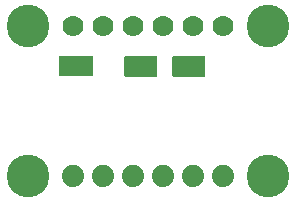
<source format=gbr>
G04 EAGLE Gerber RS-274X export*
G75*
%MOMM*%
%FSLAX34Y34*%
%LPD*%
%INSoldermask Bottom*%
%IPPOS*%
%AMOC8*
5,1,8,0,0,1.08239X$1,22.5*%
G01*
%ADD10C,1.778000*%
%ADD11C,1.879600*%
%ADD12C,3.617600*%
%ADD13R,2.921000X1.651000*%

G36*
X133468Y109236D02*
X133468Y109236D01*
X133587Y109243D01*
X133625Y109256D01*
X133666Y109261D01*
X133776Y109304D01*
X133889Y109341D01*
X133924Y109363D01*
X133961Y109378D01*
X134057Y109448D01*
X134158Y109511D01*
X134186Y109541D01*
X134219Y109564D01*
X134295Y109656D01*
X134376Y109743D01*
X134396Y109778D01*
X134421Y109809D01*
X134472Y109917D01*
X134530Y110021D01*
X134540Y110061D01*
X134557Y110097D01*
X134579Y110214D01*
X134609Y110329D01*
X134613Y110390D01*
X134617Y110410D01*
X134615Y110430D01*
X134619Y110490D01*
X134619Y125730D01*
X134604Y125848D01*
X134597Y125967D01*
X134584Y126005D01*
X134579Y126046D01*
X134536Y126156D01*
X134499Y126269D01*
X134477Y126304D01*
X134462Y126341D01*
X134393Y126437D01*
X134329Y126538D01*
X134299Y126566D01*
X134276Y126599D01*
X134184Y126675D01*
X134097Y126756D01*
X134062Y126776D01*
X134031Y126801D01*
X133923Y126852D01*
X133819Y126910D01*
X133779Y126920D01*
X133743Y126937D01*
X133626Y126959D01*
X133511Y126989D01*
X133451Y126993D01*
X133431Y126997D01*
X133410Y126995D01*
X133350Y126999D01*
X107950Y126999D01*
X107832Y126984D01*
X107713Y126977D01*
X107675Y126964D01*
X107634Y126959D01*
X107524Y126916D01*
X107411Y126879D01*
X107376Y126857D01*
X107339Y126842D01*
X107243Y126773D01*
X107142Y126709D01*
X107114Y126679D01*
X107081Y126656D01*
X107006Y126564D01*
X106924Y126477D01*
X106904Y126442D01*
X106879Y126411D01*
X106828Y126303D01*
X106770Y126199D01*
X106760Y126159D01*
X106743Y126123D01*
X106721Y126006D01*
X106691Y125891D01*
X106687Y125831D01*
X106683Y125811D01*
X106684Y125804D01*
X106683Y125802D01*
X106684Y125786D01*
X106681Y125730D01*
X106681Y110490D01*
X106696Y110372D01*
X106703Y110253D01*
X106716Y110215D01*
X106721Y110174D01*
X106764Y110064D01*
X106801Y109951D01*
X106823Y109916D01*
X106838Y109879D01*
X106908Y109783D01*
X106971Y109682D01*
X107001Y109654D01*
X107024Y109621D01*
X107116Y109546D01*
X107203Y109464D01*
X107238Y109444D01*
X107269Y109419D01*
X107377Y109368D01*
X107481Y109310D01*
X107521Y109300D01*
X107557Y109283D01*
X107674Y109261D01*
X107789Y109231D01*
X107850Y109227D01*
X107870Y109223D01*
X107890Y109225D01*
X107950Y109221D01*
X133350Y109221D01*
X133468Y109236D01*
G37*
G36*
X174108Y109236D02*
X174108Y109236D01*
X174227Y109243D01*
X174265Y109256D01*
X174306Y109261D01*
X174416Y109304D01*
X174529Y109341D01*
X174564Y109363D01*
X174601Y109378D01*
X174697Y109448D01*
X174798Y109511D01*
X174826Y109541D01*
X174859Y109564D01*
X174935Y109656D01*
X175016Y109743D01*
X175036Y109778D01*
X175061Y109809D01*
X175112Y109917D01*
X175170Y110021D01*
X175180Y110061D01*
X175197Y110097D01*
X175219Y110214D01*
X175249Y110329D01*
X175253Y110390D01*
X175257Y110410D01*
X175255Y110430D01*
X175259Y110490D01*
X175259Y125730D01*
X175244Y125848D01*
X175237Y125967D01*
X175224Y126005D01*
X175219Y126046D01*
X175176Y126156D01*
X175139Y126269D01*
X175117Y126304D01*
X175102Y126341D01*
X175033Y126437D01*
X174969Y126538D01*
X174939Y126566D01*
X174916Y126599D01*
X174824Y126675D01*
X174737Y126756D01*
X174702Y126776D01*
X174671Y126801D01*
X174563Y126852D01*
X174459Y126910D01*
X174419Y126920D01*
X174383Y126937D01*
X174266Y126959D01*
X174151Y126989D01*
X174091Y126993D01*
X174071Y126997D01*
X174050Y126995D01*
X173990Y126999D01*
X148590Y126999D01*
X148472Y126984D01*
X148353Y126977D01*
X148315Y126964D01*
X148274Y126959D01*
X148164Y126916D01*
X148051Y126879D01*
X148016Y126857D01*
X147979Y126842D01*
X147883Y126773D01*
X147782Y126709D01*
X147754Y126679D01*
X147721Y126656D01*
X147646Y126564D01*
X147564Y126477D01*
X147544Y126442D01*
X147519Y126411D01*
X147468Y126303D01*
X147410Y126199D01*
X147400Y126159D01*
X147383Y126123D01*
X147361Y126006D01*
X147331Y125891D01*
X147327Y125831D01*
X147323Y125811D01*
X147324Y125804D01*
X147323Y125802D01*
X147324Y125786D01*
X147321Y125730D01*
X147321Y110490D01*
X147336Y110372D01*
X147343Y110253D01*
X147356Y110215D01*
X147361Y110174D01*
X147404Y110064D01*
X147441Y109951D01*
X147463Y109916D01*
X147478Y109879D01*
X147548Y109783D01*
X147611Y109682D01*
X147641Y109654D01*
X147664Y109621D01*
X147756Y109546D01*
X147843Y109464D01*
X147878Y109444D01*
X147909Y109419D01*
X148017Y109368D01*
X148121Y109310D01*
X148161Y109300D01*
X148197Y109283D01*
X148314Y109261D01*
X148429Y109231D01*
X148490Y109227D01*
X148510Y109223D01*
X148530Y109225D01*
X148590Y109221D01*
X173990Y109221D01*
X174108Y109236D01*
G37*
D10*
X63500Y152400D03*
X88900Y152400D03*
X114300Y152400D03*
X139700Y152400D03*
X165100Y152400D03*
X190500Y152400D03*
D11*
X63500Y25400D03*
X88900Y25400D03*
X114300Y25400D03*
X139700Y25400D03*
X165100Y25400D03*
X190500Y25400D03*
D12*
X25400Y152400D03*
X228600Y152400D03*
X25400Y25400D03*
X228600Y25400D03*
D13*
X66040Y118110D03*
M02*

</source>
